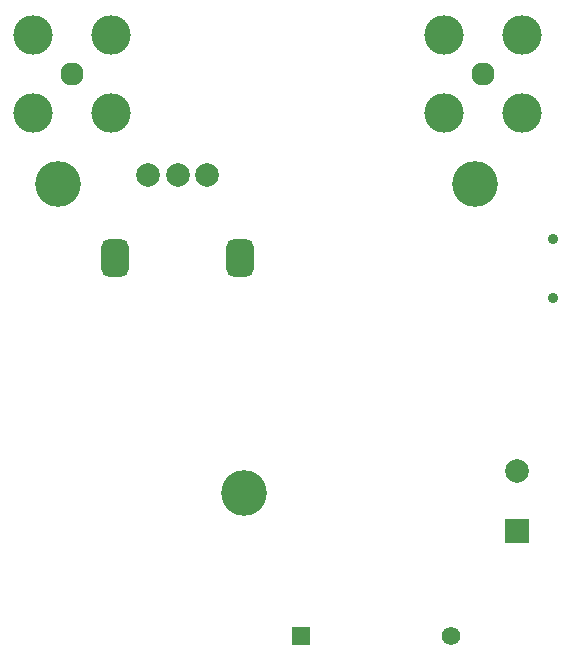
<source format=gbs>
G04*
G04 #@! TF.GenerationSoftware,Altium Limited,Altium Designer,24.1.2 (44)*
G04*
G04 Layer_Color=16711935*
%FSLAX25Y25*%
%MOIN*%
G70*
G04*
G04 #@! TF.SameCoordinates,3E25AAAC-FE6F-4FE5-8934-E69CDF353235*
G04*
G04*
G04 #@! TF.FilePolarity,Negative*
G04*
G01*
G75*
%ADD40R,0.07887X0.07887*%
%ADD41C,0.07887*%
%ADD42C,0.03543*%
%ADD43R,0.06165X0.06165*%
%ADD44C,0.06165*%
G04:AMPARAMS|DCode=45|XSize=126.11mil|YSize=90.68mil|CornerRadius=24.67mil|HoleSize=0mil|Usage=FLASHONLY|Rotation=270.000|XOffset=0mil|YOffset=0mil|HoleType=Round|Shape=RoundedRectangle|*
%AMROUNDEDRECTD45*
21,1,0.12611,0.04134,0,0,270.0*
21,1,0.07677,0.09068,0,0,270.0*
1,1,0.04934,-0.02067,-0.03839*
1,1,0.04934,-0.02067,0.03839*
1,1,0.04934,0.02067,0.03839*
1,1,0.04934,0.02067,-0.03839*
%
%ADD45ROUNDEDRECTD45*%
%ADD46C,0.07709*%
%ADD47C,0.13107*%
%ADD48C,0.15200*%
D40*
X179000Y48000D02*
D03*
D41*
Y68000D02*
D03*
X75709Y166559D02*
D03*
X65866D02*
D03*
X56024D02*
D03*
D42*
X191000Y145385D02*
D03*
Y125700D02*
D03*
D43*
X107000Y13000D02*
D03*
D44*
X157000D02*
D03*
D45*
X86732Y139000D02*
D03*
X45000D02*
D03*
D46*
X30700Y200200D02*
D03*
X167660D02*
D03*
D47*
X43692Y187208D02*
D03*
X17708D02*
D03*
Y213192D02*
D03*
X43692D02*
D03*
X154668D02*
D03*
X180652D02*
D03*
Y187208D02*
D03*
X154668D02*
D03*
D48*
X165000Y163700D02*
D03*
X88000Y60700D02*
D03*
X26000Y163700D02*
D03*
M02*

</source>
